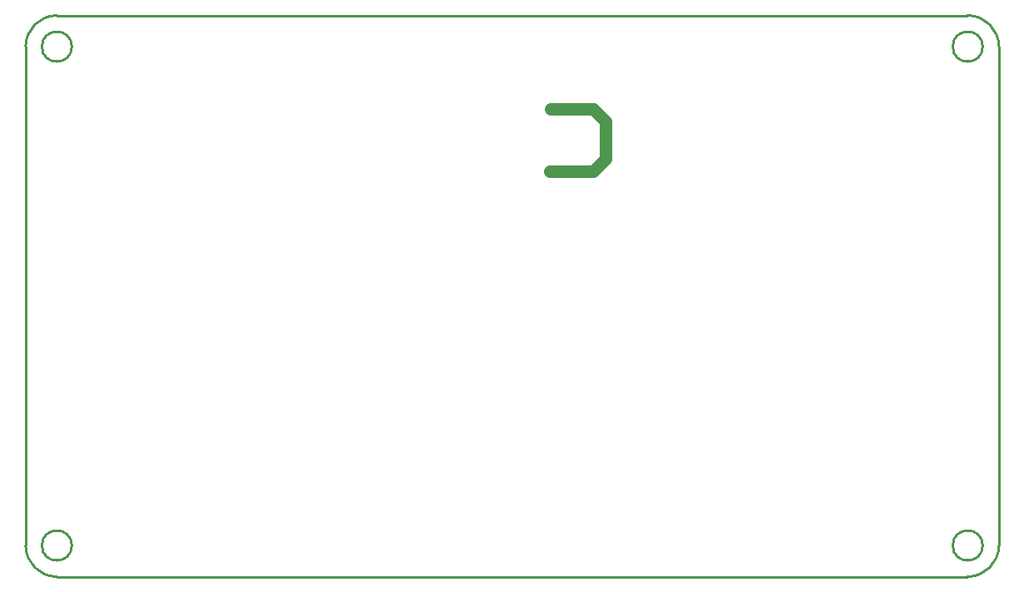
<source format=gko>
G04*
G04 #@! TF.GenerationSoftware,Altium Limited,Altium Designer,21.4.1 (30)*
G04*
G04 Layer_Color=16711935*
%FSTAX24Y24*%
%MOIN*%
G70*
G04*
G04 #@! TF.SameCoordinates,1087EDB9-1C9E-4751-9A69-D70096B2919A*
G04*
G04*
G04 #@! TF.FilePolarity,Positive*
G04*
G01*
G75*
%ADD10C,0.0100*%
%ADD59C,0.0500*%
D10*
X049Y0105D02*
G03*
X05025Y01175I0J00125D01*
G01*
X0125Y033D02*
G03*
X01125Y03175I0J-00125D01*
G01*
Y01175D02*
G03*
X0125Y0105I00125J0D01*
G01*
X05025Y03175D02*
G03*
X049Y033I-00125J0D01*
G01*
X0496Y01175D02*
G03*
X0496Y01175I-0006J0D01*
G01*
Y03175D02*
G03*
X0496Y03175I-0006J0D01*
G01*
X0131D02*
G03*
X0131Y03175I-0006J0D01*
G01*
Y01175D02*
G03*
X0131Y01175I-0006J0D01*
G01*
X05025Y03175D02*
X05025Y01175D01*
X0125Y0105D02*
X049Y0105D01*
X0125Y033D02*
X049Y033D01*
X01125Y03175D02*
X01125Y01175D01*
D59*
X0345Y02725D02*
Y02875D01*
X034Y02675D02*
X0345Y02725D01*
X034Y02925D02*
X0345Y02875D01*
X0323Y02925D02*
X034D01*
X03225Y02675D02*
X034D01*
M02*

</source>
